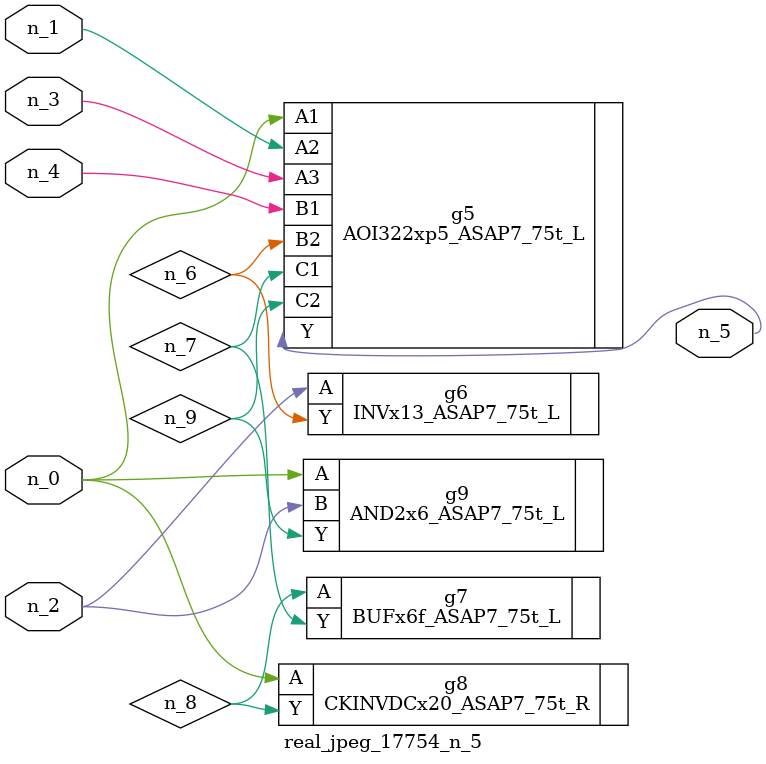
<source format=v>
module real_jpeg_17754_n_5 (n_4, n_0, n_1, n_2, n_3, n_5);

input n_4;
input n_0;
input n_1;
input n_2;
input n_3;

output n_5;

wire n_8;
wire n_6;
wire n_7;
wire n_9;

AOI322xp5_ASAP7_75t_L g5 ( 
.A1(n_0),
.A2(n_1),
.A3(n_3),
.B1(n_4),
.B2(n_6),
.C1(n_7),
.C2(n_9),
.Y(n_5)
);

CKINVDCx20_ASAP7_75t_R g8 ( 
.A(n_0),
.Y(n_8)
);

AND2x6_ASAP7_75t_L g9 ( 
.A(n_0),
.B(n_2),
.Y(n_9)
);

INVx13_ASAP7_75t_L g6 ( 
.A(n_2),
.Y(n_6)
);

BUFx6f_ASAP7_75t_L g7 ( 
.A(n_8),
.Y(n_7)
);


endmodule
</source>
